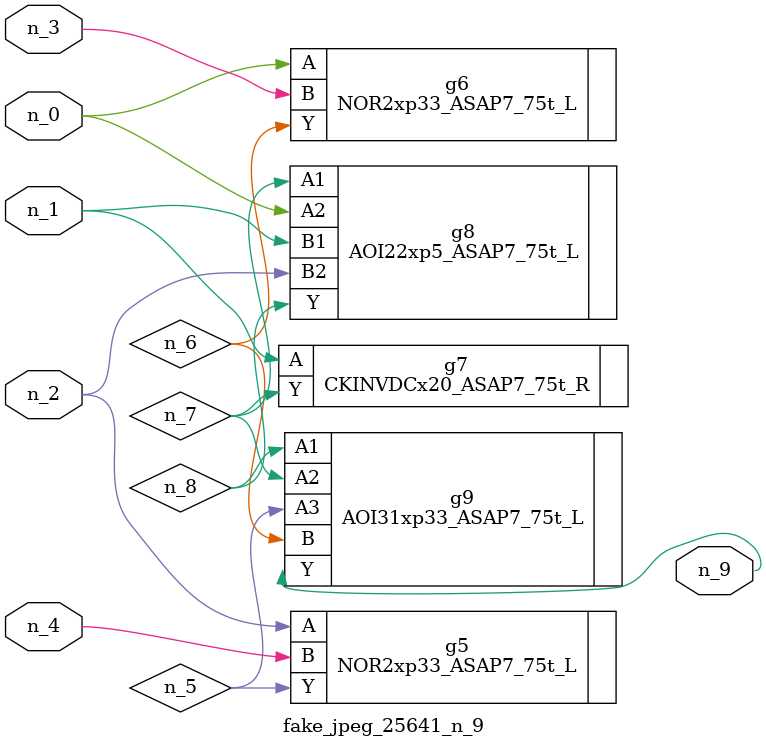
<source format=v>
module fake_jpeg_25641_n_9 (n_3, n_2, n_1, n_0, n_4, n_9);

input n_3;
input n_2;
input n_1;
input n_0;
input n_4;

output n_9;

wire n_8;
wire n_6;
wire n_5;
wire n_7;

NOR2xp33_ASAP7_75t_L g5 ( 
.A(n_2),
.B(n_4),
.Y(n_5)
);

NOR2xp33_ASAP7_75t_L g6 ( 
.A(n_0),
.B(n_3),
.Y(n_6)
);

CKINVDCx20_ASAP7_75t_R g7 ( 
.A(n_1),
.Y(n_7)
);

AOI22xp5_ASAP7_75t_L g8 ( 
.A1(n_7),
.A2(n_0),
.B1(n_1),
.B2(n_2),
.Y(n_8)
);

AOI31xp33_ASAP7_75t_L g9 ( 
.A1(n_8),
.A2(n_7),
.A3(n_5),
.B(n_6),
.Y(n_9)
);


endmodule
</source>
